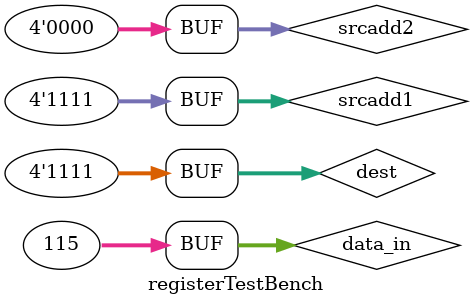
<source format=v>
`timescale 1 ns/10 ps

module  registerTestBench;
    //module RegisterBank(dest,Din,srcadd1,srcadd2,src1,src2);

reg [3:0] dest,srcadd1,srcadd2;
reg [31:0] data_in;
wire [31:0] src1,src2;


RegisterBank RB(dest,data_in,srcadd1,srcadd2,src1,src2);

initial begin

    dest = 0; data_in =10;
    #5 dest = 1; data_in =11;
    #5 dest = 2; data_in =12;
    #5 dest = 3; data_in =13;
    #5 dest = 4; data_in =34;
    #5 dest = 5; data_in =45;
    #5 dest = 6; data_in =36;
    #5 dest = 7; data_in =97;
    #5 dest = 8; data_in =38;
    #5 dest = 9; data_in =29;
    #5 dest = 10; data_in =110;
    #5 dest = 11; data_in =111;
    #5 dest = 12; data_in =112;
    #5 dest = 13; data_in =113;
    #5 dest = 14; data_in =114;
    #5 dest = 15; data_in =115;
    #5;
    #5 srcadd1 =0; srcadd2 = 15;
    #5 srcadd1 =1; srcadd2 = 14;
    #5 srcadd1 =2; srcadd2 = 13;
    #5 srcadd1 =3; srcadd2 = 12;
    #5 srcadd1 =4; srcadd2 = 11;
    #5 srcadd1 =5; srcadd2 = 10;
    #5 srcadd1 =6; srcadd2 = 9;
    #5 srcadd1 =7; srcadd2 = 8;
    #5 srcadd1 =8; srcadd2 = 7;
    #5 srcadd1 =9; srcadd2 = 6;
    #5 srcadd1 =10; srcadd2 =5;
    #5 srcadd1 =11; srcadd2 = 4;
    #5 srcadd1 =12; srcadd2 = 3;
    #5 srcadd1 =13; srcadd2 = 2;
    #5 srcadd1 =14; srcadd2 = 1;
    #5 srcadd1 =15; srcadd2 = 0;
    #5;


end


endmodule
</source>
